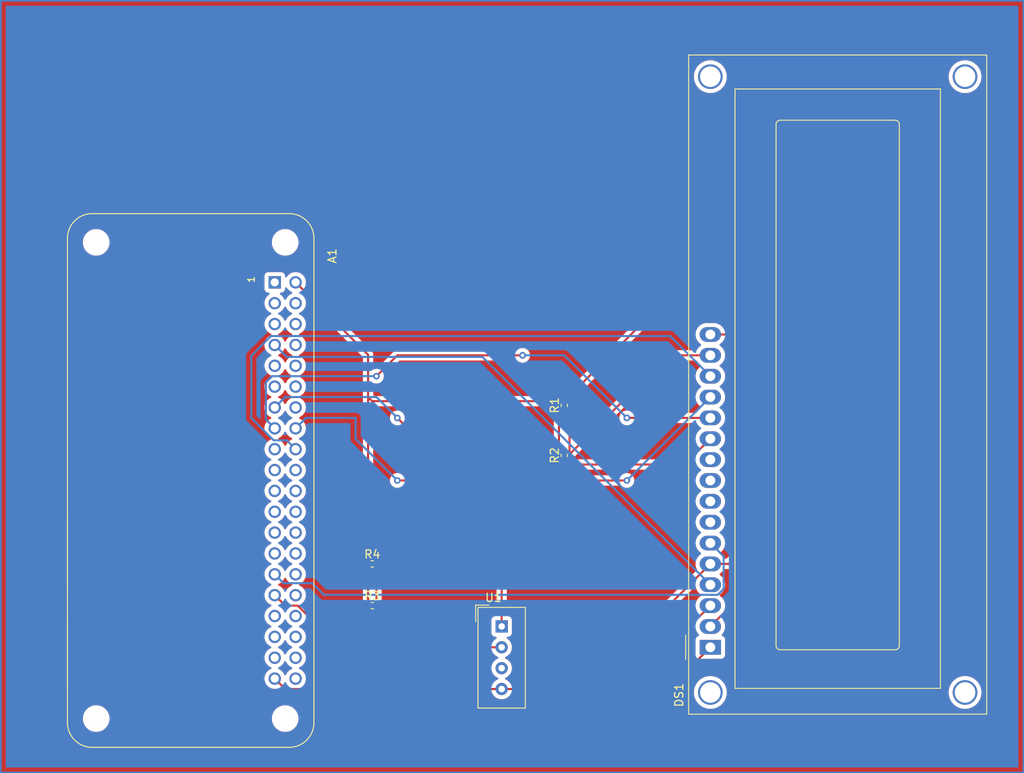
<source format=kicad_pcb>
(kicad_pcb (version 20221018) (generator pcbnew)
  (layers (0 "F.Cu" signal) (31 "B.Cu" signal) (34 "B.Paste" user) (35 "F.Paste" user) (36 "B.SilkS" user "B.Silkscreen") (37 "F.SilkS" user "F.Silkscreen") (38 "B.Mask" user) (39 "F.Mask" user) (44 "Edge.Cuts" user))
  (net 0 "")
  (net 2 "Net-(A1-5V[1])")
  (net 7 "Net-(A1-GPIO4{slash}GPCKL0)")
  (net 13 "Net-(A1-GPIO27{slash}GEN2)")
  (net 15 "Net-(A1-GPIO22{slash}GEN3)")
  (net 16 "Net-(A1-GEN4{slash}GPIO23)")
  (net 18 "Net-(A1-GEN5{slash}GPIO24)")
  (net 29 "Net-(A1-GPIO5)")
  (net 31 "Net-(A1-GPIO6)")
  (net 39 "Net-(A1-GND[3])")
  (net 45 "Net-(DS1-LED(+))")
  (net 46 "Net-(U1-VCC)")
  (footprint "Resistor_SMD:R_0402_1005Metric" (layer "F.Cu") (at 108.71 106.68)
    (fp_text reference "R3" (at 0 -1.17) (layer "F.SilkS"))
    (fp_text value "10K")
    (fp_line (start -0.153641 -0.38) (end 0.153641 -0.38) (stroke (width 0.12)) (layer "F.SilkS"))
    (fp_line (start -0.153641 0.38) (end 0.153641 0.38) (stroke (width 0.12)) (layer "F.SilkS"))
    (pad "1" smd roundrect (at -0.51 0) (size 0.54 0.64) (layers "F.Cu" "F.Paste" "F.Mask") (net 2 "Net-(A1-5V[1])"))
    (pad "2" smd roundrect (at 0.51 0) (size 0.54 0.64) (layers "F.Cu" "F.Paste" "F.Mask") (net 46 "Net-(U1-VCC)"))
  )
  (footprint "Resistor_SMD:R_0402_1005Metric" (layer "F.Cu") (at 132.08 88.39 90)
    (fp_text reference "R2" (at 0 -1.17 90) (layer "F.SilkS"))
    (fp_text value "10K")
    (fp_line (start -0.153641 -0.38) (end 0.153641 -0.38) (stroke (width 0.12)) (layer "F.SilkS"))
    (fp_line (start -0.153641 0.38) (end 0.153641 0.38) (stroke (width 0.12)) (layer "F.SilkS"))
    (pad "1" smd roundrect (at -0.51 0 90) (size 0.54 0.64) (layers "F.Cu" "F.Paste" "F.Mask") (net 45 "Net-(DS1-LED(+))"))
    (pad "2" smd roundrect (at 0.51 0 90) (size 0.54 0.64) (layers "F.Cu" "F.Paste" "F.Mask") (net 2 "Net-(A1-5V[1])"))
  )
  (footprint "ADA3708:ADA3708_RPI-ZERO" (layer "F.Cu") (at 98.11 91.44 -90)
    (fp_text reference "A1" (at -27.3566 -5.72581 90) (layer "F.SilkS") (effects (font (size 1.00189 1.00189))))
    (fp_text value "ADA3708")
    (fp_text user "1" (at -24.4727 4.13175 90) (layer "F.SilkS") (effects (font (size 0.800827 0.800827))))
    (fp_line (start -32.5 -0.5) (end -32.5 23.5) (stroke (width 0.127)) (layer "F.SilkS"))
    (fp_line (start -29.5 26.5) (end 29.5 26.5) (stroke (width 0.127)) (layer "F.SilkS"))
    (fp_line (start 4.4 26.5) (end 12.75 26.5) (stroke (width 0.127)) (layer "F.SilkS"))
    (fp_line (start 17 26.5) (end 25.35 26.5) (stroke (width 0.127)) (layer "F.SilkS"))
    (fp_line (start 29.5 -3.5) (end -29.5 -3.5) (stroke (width 0.127)) (layer "F.SilkS"))
    (fp_line (start 32.5 23.5) (end 32.5 -0.5) (stroke (width 0.127)) (layer "F.SilkS"))
    (fp_arc (start -32.5 -0.5) (mid -31.62132 -2.62132) (end -29.5 -3.5) (stroke (width 0.127)) (layer "F.SilkS"))
    (fp_arc (start -29.5 26.5) (mid -31.62132 25.62132) (end -32.5 23.5) (stroke (width 0.127)) (layer "F.SilkS"))
    (fp_arc (start 29.5 -3.5) (mid 31.62132 -2.62132) (end 32.5 -0.5) (stroke (width 0.127)) (layer "F.SilkS"))
    (fp_arc (start 32.5 23.5) (mid 31.62132 25.62132) (end 29.5 26.5) (stroke (width 0.127)) (layer "F.SilkS"))
    (pad "" np_thru_hole circle (at -29 0 270) (size 2.75 2.75) (drill 2.75) (layers "*.Cu" "*.Mask"))
    (pad "" np_thru_hole circle (at -29 23 270) (size 2.75 2.75) (drill 2.75) (layers "*.Cu" "*.Mask"))
    (pad "" np_thru_hole circle (at 29 0 270) (size 2.75 2.75) (drill 2.75) (layers "*.Cu" "*.Mask"))
    (pad "" np_thru_hole circle (at 29 23 270) (size 2.75 2.75) (drill 2.75) (layers "*.Cu" "*.Mask"))
    (pad "1" thru_hole rect (at -24.13 1.27 270) (size 1.508 1.508) (drill 1) (layers "*.Cu" "*.Mask"))
    (pad "2" thru_hole circle (at -24.13 -1.27 270) (size 1.508 1.508) (drill 1) (layers "*.Cu" "*.Mask") (net 2 "Net-(A1-5V[1])"))
    (pad "3" thru_hole circle (at -21.59 1.27 270) (size 1.508 1.508) (drill 1) (layers "*.Cu" "*.Mask"))
    (pad "4" thru_hole circle (at -21.59 -1.27 270) (size 1.508 1.508) (drill 1) (layers "*.Cu" "*.Mask"))
    (pad "5" thru_hole circle (at -19.05 1.27 270) (size 1.508 1.508) (drill 1) (layers "*.Cu" "*.Mask"))
    (pad "6" thru_hole circle (at -19.05 -1.27 270) (size 1.508 1.508) (drill 1) (layers "*.Cu" "*.Mask"))
    (pad "7" thru_hole circle (at -16.51 1.27 270) (size 1.508 1.508) (drill 1) (layers "*.Cu" "*.Mask") (net 7 "Net-(A1-GPIO4{slash}GPCKL0)"))
    (pad "8" thru_hole circle (at -16.51 -1.27 270) (size 1.508 1.508) (drill 1) (layers "*.Cu" "*.Mask"))
    (pad "9" thru_hole circle (at -13.97 1.27 270) (size 1.508 1.508) (drill 1) (layers "*.Cu" "*.Mask"))
    (pad "10" thru_hole circle (at -13.97 -1.27 270) (size 1.508 1.508) (drill 1) (layers "*.Cu" "*.Mask"))
    (pad "11" thru_hole circle (at -11.43 1.27 270) (size 1.508 1.508) (drill 1) (layers "*.Cu" "*.Mask"))
    (pad "12" thru_hole circle (at -11.43 -1.27 270) (size 1.508 1.508) (drill 1) (layers "*.Cu" "*.Mask"))
    (pad "13" thru_hole circle (at -8.89 1.27 270) (size 1.508 1.508) (drill 1) (layers "*.Cu" "*.Mask") (net 13 "Net-(A1-GPIO27{slash}GEN2)"))
    (pad "14" thru_hole circle (at -8.89 -1.27 270) (size 1.508 1.508) (drill 1) (layers "*.Cu" "*.Mask"))
    (pad "15" thru_hole circle (at -6.35 1.27 270) (size 1.508 1.508) (drill 1) (layers "*.Cu" "*.Mask") (net 15 "Net-(A1-GPIO22{slash}GEN3)"))
    (pad "16" thru_hole circle (at -6.35 -1.27 270) (size 1.508 1.508) (drill 1) (layers "*.Cu" "*.Mask") (net 16 "Net-(A1-GEN4{slash}GPIO23)"))
    (pad "17" thru_hole circle (at -3.81 1.27 270) (size 1.508 1.508) (drill 1) (layers "*.Cu" "*.Mask"))
    (pad "18" thru_hole circle (at -3.81 -1.27 270) (size 1.508 1.508) (drill 1) (layers "*.Cu" "*.Mask") (net 18 "Net-(A1-GEN5{slash}GPIO24)"))
    (pad "19" thru_hole circle (at -1.27 1.27 270) (size 1.508 1.508) (drill 1) (layers "*.Cu" "*.Mask"))
    (pad "20" thru_hole circle (at -1.27 -1.27 270) (size 1.508 1.508) (drill 1) (layers "*.Cu" "*.Mask"))
    (pad "21" thru_hole circle (at 1.27 1.27 270) (size 1.508 1.508) (drill 1) (layers "*.Cu" "*.Mask"))
    (pad "22" thru_hole circle (at 1.27 -1.27 270) (size 1.508 1.508) (drill 1) (layers "*.Cu" "*.Mask"))
    (pad "23" thru_hole circle (at 3.81 1.27 270) (size 1.508 1.508) (drill 1) (layers "*.Cu" "*.Mask"))
    (pad "24" thru_hole circle (at 3.81 -1.27 270) (size 1.508 1.508) (drill 1) (layers "*.Cu" "*.Mask"))
    (pad "25" thru_hole circle (at 6.35 1.27 270) (size 1.508 1.508) (drill 1) (layers "*.Cu" "*.Mask"))
    (pad "26" thru_hole circle (at 6.35 -1.27 270) (size 1.508 1.508) (drill 1) (layers "*.Cu" "*.Mask"))
    (pad "27" thru_hole circle (at 8.89 1.27 270) (size 1.508 1.508) (drill 1) (layers "*.Cu" "*.Mask"))
    (pad "28" thru_hole circle (at 8.89 -1.27 270) (size 1.508 1.508) (drill 1) (layers "*.Cu" "*.Mask"))
    (pad "29" thru_hole circle (at 11.43 1.27 270) (size 1.508 1.508) (drill 1) (layers "*.Cu" "*.Mask") (net 29 "Net-(A1-GPIO5)"))
    (pad "30" thru_hole circle (at 11.43 -1.27 270) (size 1.508 1.508) (drill 1) (layers "*.Cu" "*.Mask"))
    (pad "31" thru_hole circle (at 13.97 1.27 270) (size 1.508 1.508) (drill 1) (layers "*.Cu" "*.Mask") (net 31 "Net-(A1-GPIO6)"))
    (pad "32" thru_hole circle (at 13.97 -1.27 270) (size 1.508 1.508) (drill 1) (layers "*.Cu" "*.Mask"))
    (pad "33" thru_hole circle (at 16.51 1.27 270) (size 1.508 1.508) (drill 1) (layers "*.Cu" "*.Mask"))
    (pad "34" thru_hole circle (at 16.51 -1.27 270) (size 1.508 1.508) (drill 1) (layers "*.Cu" "*.Mask"))
    (pad "35" thru_hole circle (at 19.05 1.27 270) (size 1.508 1.508) (drill 1) (layers "*.Cu" "*.Mask"))
    (pad "36" thru_hole circle (at 19.05 -1.27 270) (size 1.508 1.508) (drill 1) (layers "*.Cu" "*.Mask"))
    (pad "37" thru_hole circle (at 21.59 1.27 270) (size 1.508 1.508) (drill 1) (layers "*.Cu" "*.Mask"))
    (pad "38" thru_hole circle (at 21.59 -1.27 270) (size 1.508 1.508) (drill 1) (layers "*.Cu" "*.Mask"))
    (pad "39" thru_hole circle (at 24.13 1.27 270) (size 1.508 1.508) (drill 1) (layers "*.Cu" "*.Mask") (net 39 "Net-(A1-GND[3])"))
    (pad "40" thru_hole circle (at 24.13 -1.27 270) (size 1.508 1.508) (drill 1) (layers "*.Cu" "*.Mask"))
  )
  (footprint "Resistor_SMD:R_0402_1005Metric" (layer "F.Cu") (at 132.08 82.29 90)
    (fp_text reference "R1" (at 0 -1.17 90) (layer "F.SilkS"))
    (fp_text value "10k")
    (fp_line (start -0.153641 -0.38) (end 0.153641 -0.38) (stroke (width 0.12)) (layer "F.SilkS"))
    (fp_line (start -0.153641 0.38) (end 0.153641 0.38) (stroke (width 0.12)) (layer "F.SilkS"))
    (pad "1" smd roundrect (at -0.51 0 90) (size 0.54 0.64) (layers "F.Cu" "F.Paste" "F.Mask") (net 45 "Net-(DS1-LED(+))"))
    (pad "2" smd roundrect (at 0.51 0 90) (size 0.54 0.64) (layers "F.Cu" "F.Paste" "F.Mask") (net 2 "Net-(A1-5V[1])"))
  )
  (footprint "Display:WC1602A" (layer "F.Cu") (at 149.86 111.76 90)
    (fp_text reference "DS1" (at -5.82 -3.81 90) (layer "F.SilkS"))
    (fp_text value "WC1602A")
    (fp_line (start -8.14 -2.64) (end -8.14 33.64) (stroke (width 0.12)) (layer "F.SilkS"))
    (fp_line (start -8.14 33.64) (end 72.14 33.64) (stroke (width 0.12)) (layer "F.SilkS"))
    (fp_line (start -8.13 -2.64) (end -7.34 -2.64) (stroke (width 0.12)) (layer "F.SilkS"))
    (fp_line (start -5 3) (end 68 3) (stroke (width 0.12)) (layer "F.SilkS"))
    (fp_line (start -5 28) (end -5 3) (stroke (width 0.12)) (layer "F.SilkS"))
    (fp_line (start -1.5 -3) (end 1.5 -3) (stroke (width 0.12)) (layer "F.SilkS"))
    (fp_line (start -0.29972 22.49932) (end -0.29972 8.5) (stroke (width 0.12)) (layer "F.SilkS"))
    (fp_line (start 0.2 8) (end 63.7 8) (stroke (width 0.12)) (layer "F.SilkS"))
    (fp_line (start 63.70066 23) (end 0.2 23) (stroke (width 0.12)) (layer "F.SilkS"))
    (fp_line (start 64.2 8.5) (end 64.2 22.5) (stroke (width 0.12)) (layer "F.SilkS"))
    (fp_line (start 68 3) (end 68 28) (stroke (width 0.12)) (layer "F.SilkS"))
    (fp_line (start 68 28) (end -5 28) (stroke (width 0.12)) (layer "F.SilkS"))
    (fp_line (start 72.14 -2.64) (end -7.34 -2.64) (stroke (width 0.12)) (layer "F.SilkS"))
    (fp_line (start 72.14 33.64) (end 72.14 -2.64) (stroke (width 0.12)) (layer "F.SilkS"))
    (fp_arc (start -0.29972 8.49884) (mid -0.153162 8.145018) (end 0.20066 7.99846) (stroke (width 0.12)) (layer "F.SilkS"))
    (fp_arc (start 0.20066 22.9997) (mid -0.153162 22.853142) (end -0.29972 22.49932) (stroke (width 0.12)) (layer "F.SilkS"))
    (fp_arc (start 63.7 8) (mid 64.053553 8.146447) (end 64.2 8.5) (stroke (width 0.12)) (layer "F.SilkS"))
    (fp_arc (start 64.20104 22.49932) (mid 64.054473 22.853115) (end 63.70066 22.9997) (stroke (width 0.12)) (layer "F.SilkS"))
    (pad "" thru_hole circle (at -5.4991 0 90) (size 3 3) (drill 2.5) (layers "*.Cu" "*.Mask"))
    (pad "" thru_hole circle (at -5.4991 31.0007 90) (size 3 3) (drill 2.5) (layers "*.Cu" "*.Mask"))
    (pad "" thru_hole circle (at 69.49948 31.0007 90) (size 3 3) (drill 2.5) (layers "*.Cu" "*.Mask"))
    (pad "" thru_hole circle (at 69.5 0 90) (size 3 3) (drill 2.5) (layers "*.Cu" "*.Mask"))
    (pad "1" thru_hole rect (at 0 0 90) (size 1.8 2.6) (drill 1.2) (layers "*.Cu" "*.Mask") (net 39 "Net-(A1-GND[3])"))
    (pad "2" thru_hole oval (at 2.54 0 90) (size 1.8 2.6) (drill 1.2) (layers "*.Cu" "*.Mask") (net 2 "Net-(A1-5V[1])"))
    (pad "3" thru_hole oval (at 5.08 0 90) (size 1.8 2.6) (drill 1.2) (layers "*.Cu" "*.Mask") (net 39 "Net-(A1-GND[3])"))
    (pad "4" thru_hole oval (at 7.62 0 90) (size 1.8 2.6) (drill 1.2) (layers "*.Cu" "*.Mask") (net 7 "Net-(A1-GPIO4{slash}GPCKL0)"))
    (pad "5" thru_hole oval (at 10.16 0 90) (size 1.8 2.6) (drill 1.2) (layers "*.Cu" "*.Mask") (net 39 "Net-(A1-GND[3])"))
    (pad "6" thru_hole oval (at 12.7 0 90) (size 1.8 2.6) (drill 1.2) (layers "*.Cu" "*.Mask") (net 29 "Net-(A1-GPIO5)"))
    (pad "7" thru_hole oval (at 15.24 0 90) (size 1.8 2.6) (drill 1.2) (layers "*.Cu" "*.Mask"))
    (pad "8" thru_hole oval (at 17.78 0 90) (size 1.8 2.6) (drill 1.2) (layers "*.Cu" "*.Mask"))
    (pad "9" thru_hole oval (at 20.32 0 90) (size 1.8 2.6) (drill 1.2) (layers "*.Cu" "*.Mask"))
    (pad "10" thru_hole oval (at 22.86 0 90) (size 1.8 2.6) (drill 1.2) (layers "*.Cu" "*.Mask"))
    (pad "11" thru_hole oval (at 25.4 0 90) (size 1.8 2.6) (drill 1.2) (layers "*.Cu" "*.Mask") (net 13 "Net-(A1-GPIO27{slash}GEN2)"))
    (pad "12" thru_hole oval (at 27.94 0 90) (size 1.8 2.6) (drill 1.2) (layers "*.Cu" "*.Mask") (net 15 "Net-(A1-GPIO22{slash}GEN3)"))
    (pad "13" thru_hole oval (at 30.48 0 90) (size 1.8 2.6) (drill 1.2) (layers "*.Cu" "*.Mask") (net 16 "Net-(A1-GEN4{slash}GPIO23)"))
    (pad "14" thru_hole oval (at 33.02 0 90) (size 1.8 2.6) (drill 1.2) (layers "*.Cu" "*.Mask") (net 18 "Net-(A1-GEN5{slash}GPIO24)"))
    (pad "15" thru_hole oval (at 35.56 0 90) (size 1.8 2.6) (drill 1.2) (layers "*.Cu" "*.Mask") (net 45 "Net-(DS1-LED(+))"))
    (pad "16" thru_hole oval (at 38.1 0 90) (size 1.8 2.6) (drill 1.2) (layers "*.Cu" "*.Mask") (net 39 "Net-(A1-GND[3])"))
  )
  (footprint "Sensor:Aosong_DHT11_5.5x12.0_P2.54mm" (layer "F.Cu") (at 124.46 109.22)
    (fp_text reference "U1" (at -1 -3.5) (layer "F.SilkS"))
    (fp_text value "DHT11")
    (fp_line (start -3.16 -2.6) (end -3.16 -0.6) (stroke (width 0.12)) (layer "F.SilkS"))
    (fp_line (start -3.16 -2.6) (end -1.55 -2.6) (stroke (width 0.12)) (layer "F.SilkS"))
    (fp_line (start -2.88 9.94) (end -2.88 -2.31) (stroke (width 0.12)) (layer "F.SilkS"))
    (fp_line (start -2.87 -2.32) (end 2.87 -2.32) (stroke (width 0.12)) (layer "F.SilkS"))
    (fp_line (start 2.88 -2.32) (end 2.88 9.94) (stroke (width 0.12)) (layer "F.SilkS"))
    (fp_line (start 2.88 9.94) (end -2.88 9.94) (stroke (width 0.12)) (layer "F.SilkS"))
    (pad "1" thru_hole rect (at 0 0) (size 1.5 1.5) (drill 0.8) (layers "*.Cu" "*.Mask") (net 46 "Net-(U1-VCC)"))
    (pad "2" thru_hole circle (at 0 2.54) (size 1.5 1.5) (drill 0.8) (layers "*.Cu" "*.Mask") (net 31 "Net-(A1-GPIO6)"))
    (pad "3" thru_hole circle (at 0 5.08) (size 1.5 1.5) (drill 0.8) (layers "*.Cu" "*.Mask"))
    (pad "4" thru_hole circle (at 0 7.62) (size 1.5 1.5) (drill 0.8) (layers "*.Cu" "*.Mask") (net 39 "Net-(A1-GND[3])"))
  )
  (footprint "Resistor_SMD:R_0402_1005Metric" (layer "F.Cu") (at 108.71 101.6)
    (fp_text reference "R4" (at 0 -1.17) (layer "F.SilkS"))
    (fp_text value "10k")
    (fp_line (start -0.153641 -0.38) (end 0.153641 -0.38) (stroke (width 0.12)) (layer "F.SilkS"))
    (fp_line (start -0.153641 0.38) (end 0.153641 0.38) (stroke (width 0.12)) (layer "F.SilkS"))
    (pad "1" smd roundrect (at -0.51 0) (size 0.54 0.64) (layers "F.Cu" "F.Paste" "F.Mask") (net 2 "Net-(A1-5V[1])"))
    (pad "2" smd roundrect (at 0.51 0) (size 0.54 0.64) (layers "F.Cu" "F.Paste" "F.Mask") (net 46 "Net-(U1-VCC)"))
  )
  (gr_rect (start 63.5 33.02) (end 187.96 127) (stroke (width 0.2)) (fill none) (layer "B.Cu"))
  (segment (start 108.2 76.13) (end 99.38 67.31) (width 0.25) (layer "F.Cu") (net 2))
  (segment (start 165.1 93.98) (end 165.1 71.12) (width 0.25) (layer "F.Cu") (net 2))
  (segment (start 108.2 101.6) (end 108.2 106.68) (width 0.25) (layer "F.Cu") (net 2))
  (segment (start 131.435 82.425) (end 131.435 87.235) (width 0.25) (layer "F.Cu") (net 2))
  (segment (start 108.7 81.78) (end 108.2 81.28) (width 0.25) (layer "F.Cu") (net 2))
  (segment (start 131.435 87.235) (end 132.08 87.88) (width 0.25) (layer "F.Cu") (net 2))
  (segment (start 132.08 81.78) (end 131.435 82.425) (width 0.25) (layer "F.Cu") (net 2))
  (segment (start 149.86 109.22) (end 165.1 93.98) (width 0.25) (layer "F.Cu") (net 2))
  (segment (start 165.1 71.12) (end 142.74 71.12) (width 0.25) (layer "F.Cu") (net 2))
  (segment (start 108.2 101.6) (end 108.2 81.28) (width 0.25) (layer "F.Cu") (net 2))
  (segment (start 132.08 81.78) (end 108.7 81.78) (width 0.25) (layer "F.Cu") (net 2))
  (segment (start 142.74 71.12) (end 132.08 81.78) (width 0.25) (layer "F.Cu") (net 2))
  (segment (start 108.2 81.28) (end 108.2 76.13) (width 0.25) (layer "F.Cu") (net 2))
  (segment (start 98.301 76.391) (end 96.84 74.93) (width 0.25) (layer "B.Cu") (net 7))
  (segment (start 122.111 76.391) (end 98.301 76.391) (width 0.25) (layer "B.Cu") (net 7))
  (segment (start 149.86 104.14) (end 122.111 76.391) (width 0.25) (layer "B.Cu") (net 7))
  (segment (start 149.86 86.36) (end 146.725 89.495) (width 0.25) (layer "F.Cu") (net 13))
  (segment (start 117.435 89.495) (end 111.76 83.82) (width 0.25) (layer "F.Cu") (net 13))
  (segment (start 146.725 89.495) (end 117.435 89.495) (width 0.25) (layer "F.Cu") (net 13))
  (via (at 111.76 83.82) (size 0.8) (drill 0.4) (layers "F.Cu" "B.Cu") (net 13))
  (segment (start 98.11 81.28) (end 96.84 82.55) (width 0.25) (layer "B.Cu") (net 13))
  (segment (start 109.22 81.28) (end 98.11 81.28) (width 0.25) (layer "B.Cu") (net 13))
  (segment (start 111.76 83.82) (end 109.22 81.28) (width 0.25) (layer "B.Cu") (net 13))
  (segment (start 111.76 76.2) (end 109.22 78.74) (width 0.25) (layer "F.Cu") (net 15))
  (segment (start 127 76.2) (end 111.76 76.2) (width 0.25) (layer "F.Cu") (net 15))
  (segment (start 149.86 83.82) (end 139.7 83.82) (width 0.25) (layer "F.Cu") (net 15))
  (via (at 139.7 83.82) (size 0.8) (drill 0.4) (layers "F.Cu" "B.Cu") (net 15))
  (via (at 127 76.2) (size 0.8) (drill 0.4) (layers "F.Cu" "B.Cu") (net 15))
  (via (at 139.7 83.82) (size 0.8) (drill 0.4) (layers "F.Cu" "B.Cu") (net 15))
  (via (at 109.22 78.74) (size 0.8) (drill 0.4) (layers "F.Cu" "B.Cu") (net 15))
  (via (at 127 76.2) (size 0.8) (drill 0.4) (layers "F.Cu" "B.Cu") (net 15))
  (segment (start 132.08 76.2) (end 127 76.2) (width 0.25) (layer "B.Cu") (net 15))
  (segment (start 95.761 79.499) (end 95.761 84.011) (width 0.25) (layer "B.Cu") (net 15))
  (segment (start 95.761 84.011) (end 96.84 85.09) (width 0.25) (layer "B.Cu") (net 15))
  (segment (start 139.7 83.82) (end 132.08 76.2) (width 0.25) (layer "B.Cu") (net 15))
  (segment (start 96.52 78.74) (end 95.761 79.499) (width 0.25) (layer "B.Cu") (net 15))
  (segment (start 109.22 78.74) (end 96.52 78.74) (width 0.25) (layer "B.Cu") (net 15))
  (segment (start 139.7 91.44) (end 111.76 91.44) (width 0.25) (layer "F.Cu") (net 16))
  (via (at 111.76 91.44) (size 0.8) (drill 0.4) (layers "F.Cu" "B.Cu") (net 16))
  (via (at 139.7 91.44) (size 0.8) (drill 0.4) (layers "F.Cu" "B.Cu") (net 16))
  (segment (start 106.68 86.36) (end 106.68 83.82) (width 0.25) (layer "B.Cu") (net 16))
  (segment (start 106.68 83.82) (end 100.65 83.82) (width 0.25) (layer "B.Cu") (net 16))
  (segment (start 100.65 83.82) (end 99.38 85.09) (width 0.25) (layer "B.Cu") (net 16))
  (segment (start 111.76 91.44) (end 106.68 86.36) (width 0.25) (layer "B.Cu") (net 16))
  (segment (start 149.86 81.28) (end 139.7 91.44) (width 0.25) (layer "B.Cu") (net 16))
  (segment (start 149.86 78.74) (end 144.971 73.851) (width 0.25) (layer "B.Cu") (net 18))
  (segment (start 96.711 86.551) (end 98.301 86.551) (width 0.25) (layer "B.Cu") (net 18))
  (segment (start 96.393063 73.851) (end 93.98 76.264063) (width 0.25) (layer "B.Cu") (net 18))
  (segment (start 144.971 73.851) (end 96.393063 73.851) (width 0.25) (layer "B.Cu") (net 18))
  (segment (start 93.98 76.264063) (end 93.98 83.82) (width 0.25) (layer "B.Cu") (net 18))
  (segment (start 93.98 83.82) (end 96.711 86.551) (width 0.25) (layer "B.Cu") (net 18))
  (segment (start 98.301 86.551) (end 99.38 87.63) (width 0.25) (layer "B.Cu") (net 18))
  (segment (start 102.825 105.365) (end 101.409 103.949) (width 0.25) (layer "B.Cu") (net 29))
  (segment (start 101.409 103.949) (end 97.919 103.949) (width 0.25) (layer "B.Cu") (net 29))
  (segment (start 97.919 103.949) (end 96.84 102.87) (width 0.25) (layer "B.Cu") (net 29))
  (segment (start 150.767412 105.365) (end 102.825 105.365) (width 0.25) (layer "B.Cu") (net 29))
  (segment (start 149.86 99.06) (end 151.485 100.685) (width 0.25) (layer "B.Cu") (net 29))
  (segment (start 151.485 100.685) (end 151.485 104.647412) (width 0.25) (layer "B.Cu") (net 29))
  (segment (start 151.485 104.647412) (end 150.767412 105.365) (width 0.25) (layer "B.Cu") (net 29))
  (segment (start 99.635937 106.68) (end 98.11 106.68) (width 0.25) (layer "F.Cu") (net 31))
  (segment (start 124.46 111.76) (end 104.715937 111.76) (width 0.25) (layer "F.Cu") (net 31))
  (segment (start 104.715937 111.76) (end 99.635937 106.68) (width 0.25) (layer "F.Cu") (net 31))
  (segment (start 98.11 106.68) (end 96.84 105.41) (width 0.25) (layer "F.Cu") (net 31))
  (segment (start 144.78 111.76) (end 149.86 106.68) (width 0.25) (layer "F.Cu") (net 39))
  (segment (start 144.78 116.84) (end 144.78 111.76) (width 0.25) (layer "F.Cu") (net 39))
  (segment (start 144.78 111.76) (end 144.78 106.68) (width 0.25) (layer "F.Cu") (net 39))
  (segment (start 152.082412 101.6) (end 149.86 101.6) (width 0.25) (layer "F.Cu") (net 39))
  (segment (start 160.02 73.66) (end 160.02 93.662412) (width 0.25) (layer "F.Cu") (net 39))
  (segment (start 124.46 116.84) (end 98.11 116.84) (width 0.25) (layer "F.Cu") (net 39))
  (segment (start 144.78 106.68) (end 149.86 101.6) (width 0.25) (layer "F.Cu") (net 39))
  (segment (start 149.86 73.66) (end 160.02 73.66) (width 0.25) (layer "F.Cu") (net 39))
  (segment (start 98.11 116.84) (end 96.84 115.57) (width 0.25) (layer "F.Cu") (net 39))
  (segment (start 124.46 116.84) (end 144.78 116.84) (width 0.25) (layer "F.Cu") (net 39))
  (segment (start 144.78 116.84) (end 149.86 111.76) (width 0.25) (layer "F.Cu") (net 39))
  (segment (start 160.02 93.662412) (end 152.082412 101.6) (width 0.25) (layer "F.Cu") (net 39))
  (segment (start 132.08 82.8) (end 132.725 83.445) (width 0.25) (layer "F.Cu") (net 45))
  (segment (start 132.08 88.9) (end 144.78 76.2) (width 0.25) (layer "F.Cu") (net 45))
  (segment (start 132.725 83.445) (end 132.725 88.255) (width 0.25) (layer "F.Cu") (net 45))
  (segment (start 132.725 88.255) (end 132.08 88.9) (width 0.25) (layer "F.Cu") (net 45))
  (segment (start 144.78 76.2) (end 149.86 76.2) (width 0.25) (layer "F.Cu") (net 45))
  (segment (start 109.22 101.6) (end 109.22 106.68) (width 0.25) (layer "F.Cu") (net 46))
  (segment (start 109.22 101.6) (end 121.92 101.6) (width 0.25) (layer "F.Cu") (net 46))
  (segment (start 124.46 104.14) (end 124.46 109.22) (width 0.25) (layer "F.Cu") (net 46))
  (segment (start 121.92 101.6) (end 124.46 104.14) (width 0.25) (layer "F.Cu") (net 46))
  (zone (net 0) (net_name "") (layer "F.Cu") (priority 1) (connect_pads (clearance 0.5)) (min_thickness 0.25) (fill yes (thermal_gap 0.5) (thermal_bridge_width 0.5) (island_removal_mode 1) (island_area_min 10))
    (polygon (pts (xy 63.5 127) (xy 63.5 33.02) (xy 187.96 33.02) (xy 187.96 127)))
  )
  (zone (net 0) (net_name "") (layer "B.Cu") (connect_pads (clearance 0.5)) (min_thickness 0.25) (fill yes (thermal_gap 0.5) (thermal_bridge_width 0.5) (island_removal_mode 1) (island_area_min 10))
    (polygon (pts (xy 63.5 33.02) (xy 63.5 127) (xy 187.96 127) (xy 187.96 33.02)))
  )
)
</source>
